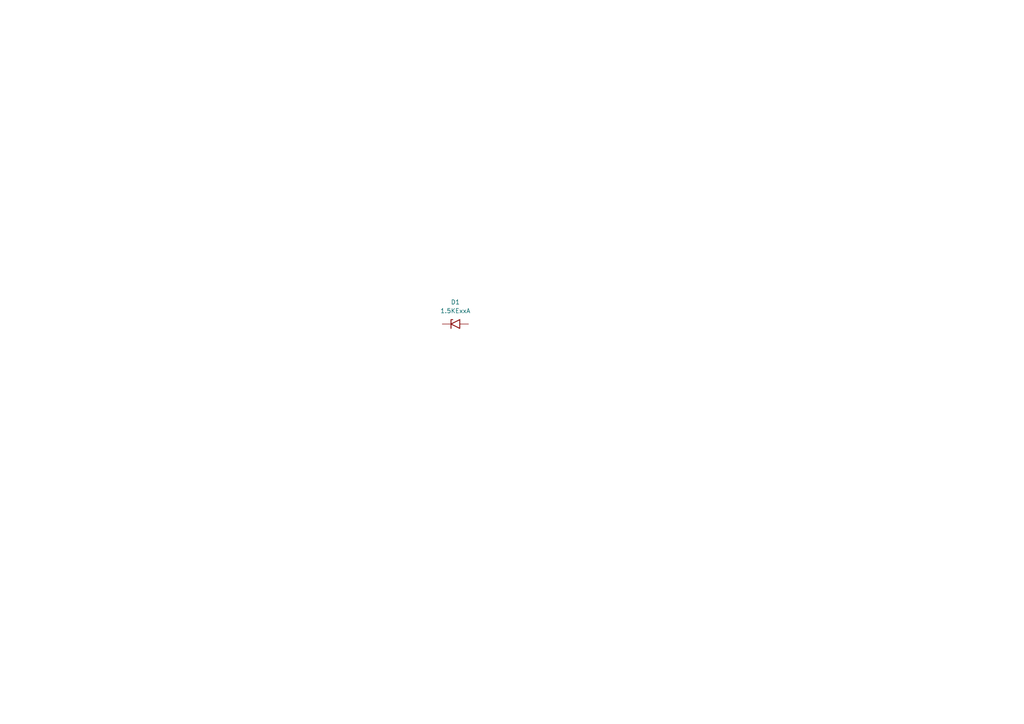
<source format=kicad_sch>
(kicad_sch (version 20231120) (generator "eeschema") (generator_version "8.0")
  (paper "A4")
  (lib_symbols
    (symbol "Diode:1.5KExxA" (pin_numbers hide) (pin_names (offset 1.016) hide)
      (property "Reference" "D" (at 0 2.54 0))
      (property "Value" "1.5KExxA" (at 0 -2.54 0))
      (symbol "1.5KExxA_0_1"
        (polyline (pts (xy -0.762 1.27) (xy -1.27 1.27) (xy -1.27 -1.27)) (stroke (width 0.254)))
        (polyline (pts (xy 1.27 1.27) (xy 1.27 -1.27) (xy -1.27 0) (xy 1.27 1.27)) (stroke (width 0.254)))
      )
      (symbol "1.5KExxA_1_1"
        (pin passive line (at -3.81 0 0) (length 2.54) (name "A1") (number "1"))
        (pin passive line (at 3.81 0 180) (length 2.54) (name "A2") (number "2"))
      )
    )
  )
  (symbol (lib_id "Diode:1.5KExxA") (at 132.08 93.98 0) (unit 1)
    (property "Reference" "D1" (at 132.08 87.63 0))
    (property "Value" "1.5KExxA" (at 132.08 90.17 0))
    (property "Footprint" "Diode_THT:D_DO-201AE_P15.24mm_Horizontal" (effects (hide yes)))
    (property "Datasheet" "https://www.vishay.com/docs/88301/15ke.pdf" (effects (hide yes)))
    (property "Description" "1500W unidirectional TVS diode, DO-201AE" (effects (hide yes)))
  )
)
</source>
